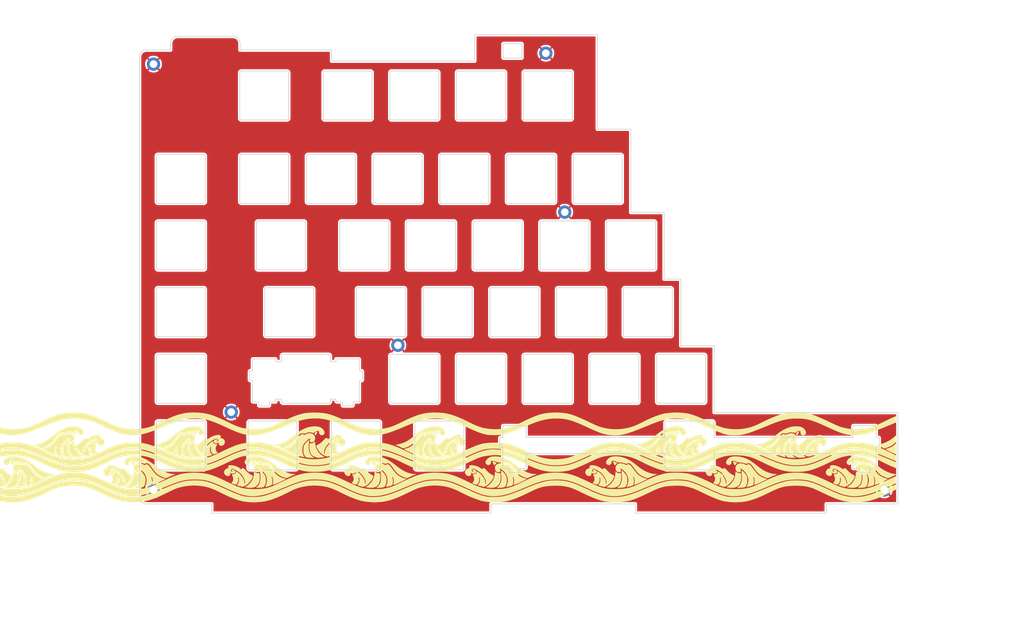
<source format=kicad_pcb>
(kicad_pcb (version 20240108) (generator "pcbnew") (generator_version "8.0")
  (layers (0 "F.Cu" signal) (31 "B.Cu" signal) (34 "B.Paste" user) (35 "F.Paste" user) (36 "B.SilkS" user "B.Silkscreen") (37 "F.SilkS" user "F.Silkscreen") (38 "B.Mask" user) (39 "F.Mask" user) (44 "Edge.Cuts" user))
  (net 0 "")
  (net 1 "GND")
  (footprint "MountingHole:MountingHole_2.2mm_M2_DIN965_Pad" (layer "F.Cu") (at 34.407 150.5125)
    (property "Reference" "H2" (hide yes))
    (property "Value" "MountingHole_Pad")
    (pad "1" thru_hole circle (at 0 0) (size 3.8 3.8) (drill 2.2) (layers "*.Cu" "*.Mask") (net 1 "GND"))
  )
  (footprint "MountingHole:MountingHole_2.2mm_M2_DIN965_Pad" (layer "F.Cu") (at 151.851 71.1295)
    (property "Reference" "H4" (hide yes))
    (property "Value" "MountingHole_Pad")
    (pad "1" thru_hole circle (at 0 0) (size 3.8 3.8) (drill 2.2) (layers "*.Cu" "*.Mask") (net 1 "GND"))
  )
  (footprint "LOGO" (layer "F.Cu") (at 25 141.3)
    (property "Reference" "G***" (hide yes))
    (property "Value" "LOGO" (hide yes))
  )
  (footprint "MountingHole:MountingHole_2.2mm_M2_DIN965_Pad" (layer "F.Cu") (at 104.2 109.1695)
    (property "Reference" "H6" (hide yes))
    (property "Value" "MountingHole_Pad")
    (pad "1" thru_hole circle (at 0 0) (size 3.8 3.8) (drill 2.2) (layers "*.Cu" "*.Mask") (net 1 "GND"))
  )
  (footprint "LOGO" (layer "F.Cu") (at 93.8 141.3)
    (property "Reference" "G***" (hide yes))
    (property "Value" "LOGO" (hide yes))
  )
  (footprint "MountingHole:MountingHole_2.2mm_M2_DIN965_Pad" (layer "F.Cu") (at 56.601 128.2795)
    (property "Reference" "H5" (hide yes))
    (property "Value" "MountingHole_Pad")
    (pad "1" thru_hole circle (at 0 0) (size 3.8 3.8) (drill 2.2) (layers "*.Cu" "*.Mask") (net 1 "GND"))
  )
  (footprint "MountingHole:MountingHole_2.2mm_M2_DIN965_Pad" (layer "F.Cu") (at 146.447 25.713)
    (property "Reference" "H3" (hide yes))
    (property "Value" "MountingHole_Pad")
    (pad "1" thru_hole circle (at 0 0) (size 3.8 3.8) (drill 2.2) (layers "*.Cu" "*.Mask") (net 1 "GND"))
  )
  (footprint "MountingHole:MountingHole_2.2mm_M2_DIN965_Pad" (layer "F.Cu") (at 243.1015 150.5125)
    (property "Reference" "H7" (hide yes))
    (property "Value" "MountingHole_Pad")
    (pad "1" thru_hole circle (at 0 0) (size 3.8 3.8) (drill 2.2) (layers "*.Cu" "*.Mask") (net 1 "GND"))
  )
  (footprint "LOGO" (layer "F.Cu") (at 221.7 141.3)
    (property "Reference" "G***" (hide yes))
    (property "Value" "LOGO" (hide yes))
  )
  (footprint "MountingHole:MountingHole_2.2mm_M2_DIN965_Pad" (layer "F.Cu") (at 34.407 28.823)
    (property "Reference" "H1" (hide yes))
    (property "Value" "MountingHole_Pad")
    (pad "1" thru_hole circle (at 0 0) (size 3.8 3.8) (drill 2.2) (layers "*.Cu" "*.Mask") (net 1 "GND"))
  )
  (footprint "LOGO" (layer "F.Cu") (at 162.6 141.3)
    (property "Reference" "G***" (hide yes))
    (property "Value" "LOGO" (hide yes))
  )
  (gr_line (start 107.1505 73.6545) (end 120.1505 73.6545) (stroke (width 0.2)) (layer "Edge.Cuts"))
  (gr_arc (start 78.5755 68.6045) (mid 78.221947 68.458053) (end 78.0755 68.1045) (stroke (width 0.2)) (layer "Edge.Cuts"))
  (gr_line (start 102.388 30.792) (end 115.388 30.792) (stroke (width 0.2)) (layer "Edge.Cuts"))
  (gr_arc (start 73.0255 44.292) (mid 72.879053 44.645553) (end 72.5255 44.792) (stroke (width 0.2)) (layer "Edge.Cuts"))
  (gr_line (start 240.79665 132.319472) (end 240.79665 135.322828) (stroke (width 0.2)) (layer "Edge.Cuts"))
  (gr_arc (start 235.7452 144.4085) (mid 235.885073 144.465565) (end 235.94525 144.604128) (stroke (width 0.2)) (layer "Edge.Cuts"))
  (gr_line (start 111.913 92.7045) (end 124.913 92.7045) (stroke (width 0.2)) (layer "Edge.Cuts"))
  (gr_line (start 101.888 44.292) (end 101.888 31.292) (stroke (width 0.2)) (layer "Edge.Cuts"))
  (gr_arc (start 77.788 87.1545) (mid 77.641553 87.508053) (end 77.288 87.6545) (stroke (width 0.2)) (layer "Edge.Cuts"))
  (gr_line (start 145.2505 73.6545) (end 158.2505 73.6545) (stroke (width 0.2)) (layer "Edge.Cuts"))
  (gr_arc (start 140.488 44.792) (mid 140.134447 44.645553) (end 139.988 44.292) (stroke (width 0.2)) (layer "Edge.Cuts"))
  (gr_line (start 159.038 125.2545) (end 159.038 112.2545) (stroke (width 0.2)) (layer "Edge.Cuts"))
  (gr_arc (start 72.5255 54.6045) (mid 72.879053 54.750947) (end 73.0255 55.1045) (stroke (width 0.2)) (layer "Edge.Cuts"))
  (gr_arc (start 62.66635 113.2649) (mid 62.724932 113.123496) (end 62.86635 113.0649) (stroke (width 0.2)) (layer "Edge.Cuts"))
  (gr_arc (start 62.66635 116.2685) (mid 62.607768 116.409904) (end 62.46635 116.4685) (stroke (width 0.2)) (layer "Edge.Cuts"))
  (gr_line (start 70.7316 124.5711) (end 69.52115 124.5711) (stroke (width 0.2)) (layer "Edge.Cuts"))
  (gr_line (start 240.9967 135.5185) (end 241.4601 135.5185) (stroke (width 0.2)) (layer "Edge.Cuts"))
  (gr_arc (start 85.1319 113.8777) (mid 84.991947 113.820655) (end 84.93175 113.682028) (stroke (width 0.2)) (layer "Edge.Cuts"))
  (gr_arc (start 240.5965 132.1149) (mid 240.7396 132.175092) (end 240.79665 132.319472) (stroke (width 0.2)) (layer "Edge.Cuts"))
  (gr_line (start 177.3005 87.6545) (end 164.3005 87.6545) (stroke (width 0.2)) (layer "Edge.Cuts"))
  (gr_arc (start 67.51775 126.3269) (mid 67.459168 126.468304) (end 67.31775 126.5269) (stroke (width 0.2)) (layer "Edge.Cuts"))
  (gr_arc (start 73.0255 68.1045) (mid 72.879053 68.458053) (end 72.5255 68.6045) (stroke (width 0.2)) (layer "Edge.Cuts"))
  (gr_arc (start 93.19715 119.4625) (mid 93.255732 119.321096) (end 93.39715 119.2625) (stroke (width 0.2)) (layer "Edge.Cuts"))
  (gr_arc (start 178.088 112.2545) (mid 178.234447 111.900947) (end 178.588 111.7545) (stroke (width 0.2)) (layer "Edge.Cuts"))
  (gr_line (start 94.06075 116.673072) (end 94.06075 119.0625) (stroke (width 0.2)) (layer "Edge.Cuts"))
  (gr_line (start 92.363 106.2045) (end 92.363 93.2045) (stroke (width 0.2)) (layer "Edge.Cuts"))
  (gr_line (start 66.66925 92.7045) (end 79.6692 92.7045) (stroke (width 0.2)) (layer "Edge.Cuts"))
  (gr_line (start 139.988 44.292) (end 139.988 31.292) (stroke (width 0.2)) (layer "Edge.Cuts"))
  (gr_arc (start 78.0755 55.1045) (mid 78.221947 54.750947) (end 78.5755 54.6045) (stroke (width 0.2)) (layer "Edge.Cuts"))
  (gr_line (start 138.79325 145.5769) (end 136.1454 145.5769) (stroke (width 0.2)) (layer "Edge.Cuts"))
  (gr_arc (start 88.5458 126.5269) (mid 88.40278 126.466688) (end 88.34575 126.322372) (stroke (width 0.2)) (layer "Edge.Cuts"))
  (gr_arc (start 173.038 125.2545) (mid 172.891553 125.608053) (end 172.538 125.7545) (stroke (width 0.2)) (layer "Edge.Cuts"))
  (gr_arc (start 30.407 26.799999) (mid 30.992786 25.385786) (end 32.406999 24.8) (stroke (width 0.2)) (layer "Edge.Cuts"))
  (gr_line (start 140.488 111.7545) (end 153.488 111.7545) (stroke (width 0.2)) (layer "Edge.Cuts"))
  (gr_arc (start 154.2755 55.1045) (mid 154.421947 54.750947) (end 154.7755 54.6045) (stroke (width 0.2)) (layer "Edge.Cuts"))
  (gr_arc (start 66.16925 93.2045) (mid 66.3157 92.850964) (end 66.66925 92.7045) (stroke (width 0.2)) (layer "Edge.Cuts"))
  (gr_line (start 120.938 44.292) (end 120.938 31.292) (stroke (width 0.2)) (layer "Edge.Cuts"))
  (gr_line (start 84.93175 124.7711) (end 84.93175 125.2545) (stroke (width 0.2)) (layer "Edge.Cuts"))
  (gr_line (start 49.213 112.2545) (end 49.213 125.2545) (stroke (width 0.2)) (layer "Edge.Cuts"))
  (gr_line (start 125.7005 87.1545) (end 125.7005 74.1545) (stroke (width 0.2)) (layer "Edge.Cuts"))
  (gr_line (start 168.563 106.2045) (end 168.563 93.2045) (stroke (width 0.2)) (layer "Edge.Cuts"))
  (gr_line (start 88.34575 126.322372) (end 88.34575 125.554128) (stroke (width 0.2)) (layer "Edge.Cuts"))
  (gr_arc (start 49.213 144.3045) (mid 49.066553 144.658053) (end 48.713 144.8045) (stroke (width 0.2)) (layer "Edge.Cuts"))
  (gr_line (start 173.038 112.2545) (end 173.038 125.2545) (stroke (width 0.2)) (layer "Edge.Cuts"))
  (gr_arc (start 83.338 44.792) (mid 82.984447 44.645553) (end 82.838 44.292) (stroke (width 0.2)) (layer "Edge.Cuts"))
  (gr_arc (start 101.6005 87.1545) (mid 101.454053 87.508053) (end 101.1005 87.6545) (stroke (width 0.2)) (layer "Edge.Cuts"))
  (gr_arc (start 48.713 73.6545) (mid 49.066553 73.800947) (end 49.213 74.1545) (stroke (width 0.2)) (layer "Edge.Cuts"))
  (gr_arc (start 110.6255 54.6045) (mid 110.979053 54.750947) (end 111.1255 55.1045) (stroke (width 0.2)) (layer "Edge.Cuts"))
  (gr_line (start 120.6505 74.1545) (end 120.6505 87.1545) (stroke (width 0.2)) (layer "Edge.Cuts"))
  (gr_arc (start 140.79665 140.3045) (mid 140.855232 140.163096) (end 140.99665 140.1045) (stroke (width 0.2)) (layer "Edge.Cuts"))
  (gr_line (start 79.66925 106.7045) (end 66.6693 106.7045) (stroke (width 0.2)) (layer "Edge.Cuts"))
  (gr_arc (start 32.406999 154.5125) (mid 30.992786 153.926714) (end 30.407 152.512501) (stroke (width 0.2)) (layer "Edge.Cuts"))
  (gr_line (start 64.46975 126.322372) (end 64.46975 125.554128) (stroke (width 0.2)) (layer "Edge.Cuts"))
  (gr_line (start 48.713 106.7045) (end 35.713 106.7045) (stroke (width 0.2)) (layer "Edge.Cuts"))
  (gr_line (start 194.51325 128.4035) (end 194.51325 109.3295) (stroke (width 0.2)) (layer "Edge.Cuts"))
  (gr_line (start 158.7505 74.1545) (end 158.7505 87.1545) (stroke (width 0.2)) (layer "Edge.Cuts"))
  (gr_arc (start 133.9418 138.3125) (mid 134.081673 138.369565) (end 134.14185 138.508128) (stroke (width 0.2)) (layer "Edge.Cuts"))
  (gr_arc (start 121.438 44.792) (mid 121.084447 44.645553) (end 120.938 44.292) (stroke (width 0.2)) (layer "Edge.Cuts"))
  (gr_arc (start 63.788 74.1545) (mid 63.934447 73.800947) (end 64.288 73.6545) (stroke (width 0.2)) (layer "Edge.Cuts"))
  (gr_line (start 226.52575 157.1625) (end 226.52575 154.5125) (stroke (width 0.2)) (layer "Edge.Cuts"))
  (gr_arc (start 71.4318 125.7545) (mid 71.075739 125.605511) (end 70.93175 125.2474) (stroke (width 0.2)) (layer "Edge.Cuts"))
  (gr_arc (start 136.1454 145.5769) (mid 136.002315 145.516724) (end 135.94525 145.372372) (stroke (width 0.2)) (layer "Edge.Cuts"))
  (gr_arc (start 153.488 111.7545) (mid 153.841553 111.900947) (end 153.988 112.2545) (stroke (width 0.2)) (layer "Edge.Cuts"))
  (gr_arc (start 178.588 125.7545) (mid 178.234447 125.608053) (end 178.088 125.2545) (stroke (width 0.2)) (layer "Edge.Cuts"))
  (gr_arc (start 122.5317 130.8045) (mid 122.887786 130.953514) (end 123.03175 131.311671) (stroke (width 0.2)) (layer "Edge.Cuts"))
  (gr_line (start 61.90675 130.8045) (end 74.9066 130.8045) (stroke (width 0.2)) (layer "Edge.Cuts"))
  (gr_line (start 49.213 74.1545) (end 49.213 87.1545) (stroke (width 0.2)) (layer "Edge.Cuts"))
  (gr_arc (start 64.6698 126.5269) (mid 64.52678 126.466688) (end 64.46975 126.322372) (stroke (width 0.2)) (layer "Edge.Cuts"))
  (gr_line (start 69.32115 124.7711) (end 69.32115 125.3585) (stroke (width 0.2)) (layer "Edge.Cuts"))
  (gr_arc (start 134.14185 132.3149) (mid 134.200432 132.173496) (end 134.34185 132.1149) (stroke (width 0.2)) (layer "Edge.Cuts"))
  (gr_arc (start 121.438 125.7545) (mid 121.084447 125.608053) (end 120.938 125.2545) (stroke (width 0.2)) (layer "Edge.Cuts"))
  (gr_line (start 134.938 112.2545) (end 134.938 125.2545) (stroke (width 0.2)) (layer "Edge.Cuts"))
  (gr_line (start 168.2755 55.1045) (end 168.2755 68.1045) (stroke (width 0.2)) (layer "Edge.Cuts"))
  (gr_line (start 59.5255 30.792) (end 72.5255 30.792) (stroke (width 0.2)) (layer "Edge.Cuts"))
  (gr_line (start 116.6755 54.6045) (end 129.6755 54.6045) (stroke (width 0.2)) (layer "Edge.Cuts"))
  (gr_arc (start 69.32115 124.7711) (mid 69.379732 124.629696) (end 69.52115 124.5711) (stroke (width 0.2)) (layer "Edge.Cuts"))
  (gr_arc (start 124.913 92.7045) (mid 125.266553 92.850947) (end 125.413 93.2045) (stroke (width 0.2)) (layer "Edge.Cuts"))
  (gr_arc (start 91.39375 126.3269) (mid 91.335168 126.468304) (end 91.19375 126.5269) (stroke (width 0.2)) (layer "Edge.Cuts"))
  (gr_line (start 62.66635 125.153972) (end 62.66635 119.458128) (stroke (width 0.2)) (layer "Edge.Cuts"))
  (gr_line (start 149.513 106.2045) (end 149.513 93.2045) (stroke (width 0.2)) (layer "Edge.Cuts"))
  (gr_arc (start 134.438 111.7545) (mid 134.791553 111.900947) (end 134.938 112.2545) (stroke (width 0.2)) (layer "Edge.Cuts"))
  (gr_line (start 154.7755 54.6045) (end 167.7755 54.6045) (stroke (width 0.2)) (layer "Edge.Cuts"))
  (gr_line (start 121.438 111.7545) (end 134.438 111.7545) (stroke (width 0.2)) (layer "Edge.Cuts"))
  (gr_line (start 39.3 22.9) (end 39.3 24.8) (stroke (width 0.2)) (layer "Edge.Cuts"))
  (gr_line (start 139.2005 87.6545) (end 126.2005 87.6545) (stroke (width 0.2)) (layer "Edge.Cuts"))
  (gr_arc (start 49.213 68.1045) (mid 49.066553 68.458053) (end 48.713 68.6045) (stroke (width 0.2)) (layer "Edge.Cuts"))
  (gr_line (start 71.43175 111.7545) (end 84.4317 111.7545) (stroke (width 0.2)) (layer "Edge.Cuts"))
  (gr_arc (start 59.5255 44.792) (mid 59.171947 44.645553) (end 59.0255 44.292) (stroke (width 0.2)) (layer "Edge.Cuts"))
  (gr_arc (start 115.888 125.2545) (mid 115.741553 125.608053) (end 115.388 125.7545) (stroke (width 0.2)) (layer "Edge.Cuts"))
  (gr_arc (start 96.338 30.792) (mid 96.691553 30.938447) (end 96.838 31.292) (stroke (width 0.2)) (layer "Edge.Cuts"))
  (gr_line (start 35.713 111.7545) (end 48.713 111.7545) (stroke (width 0.2)) (layer "Edge.Cuts"))
  (gr_arc (start 233.9418 140.1045) (mid 234.081673 140.161565) (end 234.14185 140.300128) (stroke (width 0.2)) (layer "Edge.Cuts"))
  (gr_arc (start 164.3005 87.6545) (mid 163.946947 87.508053) (end 163.8005 87.1545) (stroke (width 0.2)) (layer "Edge.Cuts"))
  (gr_line (start 73.0255 55.1045) (end 73.0255 68.1045) (stroke (width 0.2)) (layer "Edge.Cuts"))
  (gr_line (start 92.863 92.7045) (end 105.863 92.7045) (stroke (width 0.2)) (layer "Edge.Cuts"))
  (gr_line (start 180.46925 144.2974) (end 180.46925 140.1045) (stroke (width 0.2)) (layer "Edge.Cuts"))
  (gr_line (start 97.1255 68.1045) (end 97.1255 55.1045) (stroke (width 0.2)) (layer "Edge.Cuts"))
  (gr_arc (start 70.93175 113.6777) (mid 70.873168 113.819104) (end 70.73175 113.8777) (stroke (width 0.2)) (layer "Edge.Cuts"))
  (gr_arc (start 49.213 125.2545) (mid 49.066553 125.608053) (end 48.713 125.7545) (stroke (width 0.2)) (layer "Edge.Cuts"))
  (gr_line (start 153.488 44.792) (end 140.488 44.792) (stroke (width 0.2)) (layer "Edge.Cuts"))
  (gr_arc (start 138.99325 145.3769) (mid 138.934668 145.518304) (end 138.79325 145.5769) (stroke (width 0.2)) (layer "Edge.Cuts"))
  (gr_line (start 85.1319 113.8777) (end 86.34235 113.8777) (stroke (width 0.2)) (layer "Edge.Cuts"))
  (gr_line (start 180.46925 140.1045) (end 140.99665 140.1045) (stroke (width 0.2)) (layer "Edge.Cuts"))
  (gr_line (start 143.963 106.7045) (end 130.963 106.7045) (stroke (width 0.2)) (layer "Edge.Cuts"))
  (gr_line (start 134.209 26.93) (end 134.209 23.13) (stroke (width 0.2)) (layer "Edge.Cuts"))
  (gr_line (start 61.80275 119.057972) (end 61.80275 116.6685) (stroke (width 0.2)) (layer "Edge.Cuts"))
  (gr_line (start 177.8005 74.1545) (end 177.8005 87.1545) (stroke (width 0.2)) (layer "Edge.Cuts"))
  (gr_arc (start 96.838 44.292) (mid 96.691553 44.645553) (end 96.338 44.792) (stroke (width 0.2)) (layer "Edge.Cuts"))
  (gr_arc (start 135.2255 55.1045) (mid 135.371947 54.750947) (end 135.7255 54.6045) (stroke (width 0.2)) (layer "Edge.Cuts"))
  (gr_line (start 130.463 106.2045) (end 130.463 93.2045) (stroke (width 0.2)) (layer "Edge.Cuts"))
  (gr_arc (start 139.7005 87.1545) (mid 139.554053 87.508053) (end 139.2005 87.6545) (stroke (width 0.2)) (layer "Edge.Cuts"))
  (gr_line (start 123.03175 131.311671) (end 123.03175 144.3045) (stroke (width 0.2)) (layer "Edge.Cuts"))
  (gr_arc (start 70.7316 124.5711) (mid 70.871537 124.62813) (end 70.93175 124.766728) (stroke (width 0.2)) (layer "Edge.Cuts"))
  (gr_line (start 62.00275 116.4685) (end 62.46635 116.4685) (stroke (width 0.2)) (layer "Edge.Cuts"))
  (gr_arc (start 125.413 106.2045) (mid 125.266553 106.558053) (end 124.913 106.7045) (stroke (width 0.2)) (layer "Edge.Cuts"))
  (gr_arc (start 159.038 112.2545) (mid 159.184447 111.900947) (end 159.538 111.7545) (stroke (width 0.2)) (layer "Edge.Cuts"))
  (gr_line (start 163.513 93.2045) (end 163.513 106.2045) (stroke (width 0.2)) (layer "Edge.Cuts"))
  (gr_line (start 120.1505 87.6545) (end 107.1505 87.6545) (stroke (width 0.2)) (layer "Edge.Cuts"))
  (gr_arc (start 85.7193 144.8045) (mid 85.363239 144.655511) (end 85.21925 144.2974) (stroke (width 0.2)) (layer "Edge.Cuts"))
  (gr_arc (start 115.388 30.792) (mid 115.741553 30.938447) (end 115.888 31.292) (stroke (width 0.2)) (layer "Edge.Cuts"))
  (gr_arc (start 87.6005 74.1545) (mid 87.746947 73.800947) (end 88.1005 73.6545) (stroke (width 0.2)) (layer "Edge.Cuts"))
  (gr_arc (start 134.438 30.792) (mid 134.791553 30.938447) (end 134.938 31.292) (stroke (width 0.2)) (layer "Edge.Cuts"))
  (gr_line (start 194.46925 131.311671) (end 194.46925 135.308828) (stroke (width 0.2)) (layer "Edge.Cuts"))
  (gr_line (start 59.5255 54.6045) (end 72.5255 54.6045) (stroke (width 0.2)) (layer "Edge.Cuts"))
  (gr_arc (start 168.563 93.2045) (mid 168.709447 92.850947) (end 169.063 92.7045) (stroke (width 0.2)) (layer "Edge.Cuts"))
  (gr_arc (start 180.46925 131.3045) (mid 180.6157 130.950964) (end 180.96925 130.8045) (stroke (width 0.2)) (layer "Edge.Cuts"))
  (gr_line (start 153.988 112.2545) (end 153.988 125.2545) (stroke (width 0.2)) (layer "Edge.Cuts"))
  (gr_line (start 126.2005 73.6545) (end 139.2005 73.6545) (stroke (width 0.2)) (layer "Edge.Cuts"))
  (gr_line (start 247.0005 154.5125) (end 247.0005 128.4035) (stroke (width 0.2)) (layer "Edge.Cuts"))
  (gr_arc (start 144.7505 74.1545) (mid 144.896947 73.800947) (end 145.2505 73.6545) (stroke (width 0.2)) (layer "Edge.Cuts"))
  (gr_line (start 73.0255 31.292) (end 73.0255 44.292) (stroke (width 0.2)) (layer "Edge.Cuts"))
  (gr_arc (start 130.1755 68.1045) (mid 130.029053 68.458053) (end 129.6755 68.6045) (stroke (width 0.2)) (layer "Edge.Cuts"))
  (gr_arc (start 102.388 125.7545) (mid 102.034447 125.608053) (end 101.888 125.2545) (stroke (width 0.2)) (layer "Edge.Cuts"))
  (gr_line (start 140.9967 135.5045) (end 180.46925 135.5045) (stroke (width 0.2)) (layer "Edge.Cuts"))
  (gr_arc (start 154.7755 68.6045) (mid 154.421947 68.458053) (end 154.2755 68.1045) (stroke (width 0.2)) (layer "Edge.Cuts"))
  (gr_line (start 59.0255 44.292) (end 59.0255 31.292) (stroke (width 0.2)) (layer "Edge.Cuts"))
  (gr_line (start 35.213 106.2045) (end 35.213 93.2045) (stroke (width 0.2)) (layer "Edge.Cuts"))
  (gr_line (start 96.338 44.792) (end 83.338 44.792) (stroke (width 0.2)) (layer "Edge.Cuts"))
  (gr_line (start 170.7005 47.4165) (end 161.151 47.4165) (stroke (width 0.2)) (layer "Edge.Cuts"))
  (gr_arc (start 240.79665 144.2085) (mid 240.738068 144.349904) (end 240.59665 144.4085) (stroke (width 0.2)) (layer "Edge.Cuts"))
  (gr_arc (start 88.1456 125.3585) (mid 88.285537 125.41553) (end 88.34575 125.554128) (stroke (width 0.2)) (layer "Edge.Cuts"))
  (gr_arc (start 59.5255 68.6045) (mid 59.171947 68.458053) (end 59.0255 68.1045) (stroke (width 0.2)) (layer "Edge.Cuts"))
  (gr_arc (start 35.213 93.2045) (mid 35.359447 92.850947) (end 35.713 92.7045) (stroke (width 0.2)) (layer "Edge.Cuts"))
  (gr_arc (start 139.447 22.93) (mid 139.588421 22.988579) (end 139.647 23.13) (stroke (width 0.2)) (layer "Edge.Cuts"))
  (gr_arc (start 234.342 144.4085) (mid 234.198915 144.348324) (end 234.14185 144.203972) (stroke (width 0.2)) (layer "Edge.Cuts"))
  (gr_arc (start 109.03175 131.3045) (mid 109.1782 130.950964) (end 109.53175 130.8045) (stroke (width 0.2)) (layer "Edge.Cuts"))
  (gr_arc (start 138.99325 144.6085) (mid 139.051832 144.467096) (end 139.19325 144.4085) (stroke (width 0.2)) (layer "Edge.Cuts"))
  (gr_line (start 91.39375 125.5585) (end 91.39375 126.3269) (stroke (width 0.2)) (layer "Edge.Cuts"))
  (gr_arc (start 182.063 92.7045) (mid 182.416553 92.850947) (end 182.563 93.2045) (stroke (width 0.2)) (layer "Edge.Cuts"))
  (gr_line (start 49.213 93.2045) (end 49.213 106.2045) (stroke (width 0.2)) (layer "Edge.Cuts"))
  (gr_line (start 51.03175 157.1625) (end 130.79975 157.1625) (stroke (width 0.2)) (layer "Edge.Cuts"))
  (gr_line (start 138.99325 144.6085) (end 138.99325 145.3769) (stroke (width 0.2)) (layer "Edge.Cuts"))
  (gr_line (start 35.713 73.6545) (end 48.713 73.6545) (stroke (width 0.2)) (layer "Edge.Cuts"))
  (gr_arc (start 93.8607 116.4685) (mid 94.003735 116.528727) (end 94.06075 116.673072) (stroke (width 0.2)) (layer "Edge.Cuts"))
  (gr_line (start 235.94525 145.372372) (end 235.94525 144.604128) (stroke (width 0.2)) (layer "Edge.Cuts"))
  (gr_arc (start 180.9694 144.8045) (mid 180.613274 144.655547) (end 180.46925 144.2974) (stroke (width 0.2)) (layer "Edge.Cuts"))
  (gr_arc (start 111.913 106.7045) (mid 111.559447 106.558053) (end 111.413 106.2045) (stroke (width 0.2)) (layer "Edge.Cuts"))
  (gr_arc (start 93.19715 125.1585) (mid 93.138568 125.299904) (end 92.99715 125.3585) (stroke (width 0.2)) (layer "Edge.Cuts"))
  (gr_arc (start 167.7755 54.6045) (mid 168.129053 54.750947) (end 168.2755 55.1045) (stroke (width 0.2)) (layer "Edge.Cuts"))
  (gr_line (start 234.34185 132.1149) (end 240.5965 132.1149) (stroke (width 0.2)) (layer "Edge.Cuts"))
  (gr_line (start 148.7255 68.6045) (end 135.7255 68.6045) (stroke (width 0.2)) (layer "Edge.Cuts"))
  (gr_arc (start 163.8005 74.1545) (mid 163.946947 73.800947) (end 164.3005 73.6545) (stroke (width 0.2)) (layer "Edge.Cuts"))
  (gr_arc (start 48.713 111.7545) (mid 49.066553 111.900947) (end 49.213 112.2545) (stroke (width 0.2)) (layer "Edge.Cuts"))
  (gr_line (start 129.6755 68.6045) (end 116.6755 68.6045) (stroke (width 0.2)) (layer "Edge.Cuts"))
  (gr_line (start 126.151 20.412) (end 126.151 27.967) (stroke (width 0.2)) (layer "Edge.Cuts"))
  (gr_arc (start 191.588 111.7545) (mid 191.941553 111.900947) (end 192.088 112.2545) (stroke (width 0.2)) (layer "Edge.Cuts"))
  (gr_line (start 93.19715 113.269472) (end 93.19715 116.272828) (stroke (width 0.2)) (layer "Edge.Cuts"))
  (gr_arc (start 120.6505 87.1545) (mid 120.504053 87.508053) (end 120.1505 87.6545) (stroke (width 0.2)) (layer "Edge.Cuts"))
  (gr_line (start 85.21925 144.2974) (end 85.21925 131.3045) (stroke (width 0.2)) (layer "Edge.Cuts"))
  (gr_line (start 91.5755 68.6045) (end 78.5755 68.6045) (stroke (width 0.2)) (layer "Edge.Cuts"))
  (gr_line (start 122.53175 144.8045) (end 109.5318 144.8045) (stroke (width 0.2)) (layer "Edge.Cuts"))
  (gr_arc (start 140.79665 144.2085) (mid 140.738068 144.349904) (end 140.59665 144.4085) (stroke (width 0.2)) (layer "Edge.Cuts"))
  (gr_arc (start 97.6255 68.6045) (mid 97.271947 68.458053) (end 97.1255 68.1045) (stroke (width 0.2)) (layer "Edge.Cuts"))
  (gr_line (start 62.86635 113.0649) (end 69.1211 113.0649) (stroke (width 0.2)) (layer "Edge.Cuts"))
  (gr_line (start 158.2505 87.6545) (end 145.2505 87.6545) (stroke (width 0.2)) (layer "Edge.Cuts"))
  (gr_line (start 144.463 93.2045) (end 144.463 106.2045) (stroke (width 0.2)) (layer "Edge.Cuts"))
  (gr_line (start 154.2755 68.1045) (end 154.2755 55.1045) (stroke (width 0.2)) (layer "Edge.Cuts"))
  (gr_line (start 233.9418 140.1045) (end 194.66925 140.1045) (stroke (width 0.2)) (layer "Edge.Cuts"))
  (gr_line (start 64.288 73.6545) (end 77.288 73.6545) (stroke (width 0.2)) (layer "Edge.Cuts"))
  (gr_arc (start 130.463 93.2045) (mid 130.609447 92.850947) (end 130.963 92.7045) (stroke (width 0.2)) (layer "Edge.Cuts"))
  (gr_arc (start 35.213 55.1045) (mid 35.359447 54.750947) (end 35.713 54.6045) (stroke (width 0.2)) (layer "Edge.Cuts"))
  (gr_arc (start 91.5755 54.6045) (mid 91.929053 54.750947) (end 92.0755 55.1045) (stroke (width 0.2)) (layer "Edge.Cuts"))
  (gr_line (start 120.938 125.2545) (end 120.938 112.2545) (stroke (width 0.2)) (layer "Edge.Cuts"))
  (gr_line (start 101.6005 74.1545) (end 101.6005 87.1545) (stroke (width 0.2)) (layer "Edge.Cuts"))
  (gr_line (start 139.7005 74.1545) (end 139.7005 87.1545) (stroke (width 0.2)) (layer "Edge.Cuts"))
  (gr_line (start 35.713 54.6045) (end 48.713 54.6045) (stroke (width 0.2)) (layer "Edge.Cuts"))
  (gr_line (start 133.9418 138.3125) (end 133.4784 138.3125) (stroke (width 0.2)) (layer "Edge.Cuts"))
  (gr_arc (start 35.713 106.7045) (mid 35.359447 106.558053) (end 35.213 106.2045) (stroke (width 0.2)) (layer "Edge.Cuts"))
  (gr_line (start 140.488 30.792) (end 153.488 30.792) (stroke (width 0.2)) (layer "Edge.Cuts"))
  (gr_line (start 111.1255 55.1045) (end 111.1255 68.1045) (stroke (width 0.2)) (layer "Edge.Cuts"))
  (gr_line (start 35.213 125.2545) (end 35.213 112.2545) (stroke (width 0.2)) (layer "Edge.Cuts"))
  (gr_line (start 226.52575 154.5125) (end 247.0005 154.5125) (stroke (width 0.2)) (layer "Edge.Cuts"))
  (gr_arc (start 125.7005 74.1545) (mid 125.846947 73.800947) (end 126.2005 73.6545) (stroke (width 0.2)) (layer "Edge.Cuts"))
  (gr_arc (start 106.363 106.2045) (mid 106.216553 106.558053) (end 105.863 106.7045) (stroke (width 0.2)) (layer "Edge.Cuts"))
  (gr_line (start 69.32115 113.269472) (end 69.32115 113.682028) (stroke (width 0.2)) (layer "Edge.Cuts"))
  (gr_line (start 88.1005 73.6545) (end 101.1005 73.6545) (stroke (width 0.2)) (layer "Edge.Cuts"))
  (gr_arc (start 84.93175 124.7711) (mid 84.990332 124.629696) (end 85.13175 124.5711) (stroke (width 0.2)) (layer "Edge.Cuts"))
  (gr_line (start 182.563 93.2045) (end 182.563 106.2045) (stroke (width 0.2)) (layer "Edge.Cuts"))
  (gr_line (start 180.46925 135.5045) (end 180.46925 131.3045) (stroke (width 0.2)) (layer "Edge.Cuts"))
  (gr_line (start 62.4662 119.2625) (end 62.0028 119.2625) (stroke (width 0.2)) (layer "Edge.Cuts"))
  (gr_line (start 115.388 125.7545) (end 102.388 125.7545) (stroke (width 0.2)) (layer "Edge.Cuts"))
  (gr_line (start 178.588 111.7545) (end 191.588 111.7545) (stroke (width 0.2)) (layer "Edge.Cuts"))
  (gr_line (start 194.6693 135.5045) (end 233.94185 135.5045) (stroke (width 0.2)) (layer "Edge.Cuts"))
  (gr_line (start 59.0255 68.1045) (end 59.0255 55.1045) (stroke (width 0.2)) (layer "Edge.Cuts"))
  (gr_line (start 77.288 87.6545) (end 64.288 87.6545) (stroke (width 0.2)) (layer "Edge.Cuts"))
  (gr_line (start 92.99715 125.3585) (end 91.59375 125.3585) (stroke (width 0.2)) (layer "Edge.Cuts"))
  (gr_line (start 241.66025 135.723072) (end 241.66025 138.3125) (stroke (width 0.2)) (layer "Edge.Cuts"))
  (gr_arc (start 140.5965 132.1149) (mid 140.7396 132.175092) (end 140.79665 132.319472) (stroke (width 0.2)) (layer "Edge.Cuts"))
  (gr_line (start 134.438 44.792) (end 121.438 44.792) (stroke (width 0.2)) (layer "Edge.Cuts"))
  (gr_line (start 124.913 106.7045) (end 111.913 106.7045) (stroke (width 0.2)) (layer "Edge.Cuts"))
  (gr_line (start 70.93175 125.2474) (end 70.93175 124.766728) (stroke (width 0.2)) (layer "Edge.Cuts"))
  (gr_arc (start 97.1255 55.1045) (mid 97.271947 54.750947) (end 97.6255 54.6045) (stroke (width 0.2)) (layer "Edge.Cuts"))
  (gr_line (start 125.413 93.2045) (end 125.413 106.2045) (stroke (width 0.2)) (layer "Edge.Cuts"))
  (gr_line (start 238.99325 145.5769) (end 236.1454 145.5769) (stroke (width 0.2)) (layer "Edge.Cuts"))
  (gr_line (start 182.063 106.7045) (end 169.063 106.7045) (stroke (width 0.2)) (layer "Edge.Cuts"))
  (gr_arc (start 139.988 112.2545) (mid 140.134447 111.900947) (end 140.488 111.7545) (stroke (width 0.2)) (layer "Edge.Cuts"))
  (gr_arc (start 139.2005 73.6545) (mid 139.554053 73.800947) (end 139.7005 74.1545) (stroke (width 0.2)) (layer "Edge.Cuts"))
  (gr_arc (start 101.1005 73.6545) (mid 101.454053 73.800947) (end 101.6005 74.1545) (stroke (width 0.2)) (layer "Edge.Cuts"))
  (gr_line (start 35.213 68.1045) (end 35.213 55.1045) (stroke (width 0.2)) (layer "Edge.Cuts"))
  (gr_arc (start 153.988 44.292) (mid 153.841553 44.645553) (end 153.488 44.792) (stroke (width 0.2)) (layer "Edge.Cuts"))
  (gr_arc (start 62.8664 125.3585) (mid 62.72338 125.298288) (end 62.66635 125.153972) (stroke (width 0.2)) (layer "Edge.Cuts"))
  (gr_line (start 39.3 24.8) (end 32.406999 24.8) (stroke (width 0.2)) (layer "Edge.Cuts"))
  (gr_line (start 98.71925 144.8045) (end 85.7193 144.8045) (stroke (width 0.2)) (layer "Edge.Cuts"))
  (gr_line (start 193.96925 144.8045) (end 180.9694 144.8045) (stroke (width 0.2)) (layer "Edge.Cuts"))
  (gr_arc (start 35.213 74.1545) (mid 35.359447 73.800947) (end 35.713 73.6545) (stroke (width 0.2)) (layer "Edge.Cuts"))
  (gr_arc (start 66.6693 106.7045) (mid 66.313239 106.555511) (end 66.16925 106.1974) (stroke (width 0.2)) (layer "Edge.Cuts"))
  (gr_line (start 163.013 106.7045) (end 150.013 106.7045) (stroke (width 0.2)) (layer "Edge.Cuts"))
  (gr_arc (start 92.363 93.2045) (mid 92.509447 92.850947) (end 92.863 92.7045) (stroke (width 0.2)) (layer "Edge.Cuts"))
  (gr_line (start 171.99975 154.5125) (end 171.99975 157.1625) (stroke (width 0.2)) (layer "Edge.Cuts"))
  (gr_arc (start 194.6693 135.5045) (mid 194.529411 135.44742) (end 194.46925 135.308828) (stroke (width 0.2)) (layer "Edge.Cuts"))
  (gr_line (start 87.6005 87.1545) (end 87.6005 74.1545) (stroke (width 0.2)) (layer "Edge.Cuts"))
  (gr_arc (start 101.888 112.2545) (mid 102.034447 111.900947) (end 102.388 111.7545) (stroke (width 0.2)) (layer "Edge.Cuts"))
  (gr_line (start 139.647 23.13) (end 139.647 26.93) (stroke (width 0.2)) (layer "Edge.Cuts"))
  (gr_line (start 130.79975 157.1625) (end 130.79975 154.5125) (stroke (width 0.2)) (layer "Edge.Cuts"))
  (gr_line (start 238.99325 144.6085) (end 238.99325 145.5769) (stroke (width 0.2)) (layer "Edge.Cuts"))
  (gr_line (start 77.788 74.1545) (end 77.788 87.1545) (stroke (width 0.2)) (layer "Edge.Cuts"))
  (gr_line (start 93.3973 116.4685) (end 93.8607 116.4685) (stroke (width 0.2)) (layer "Edge.Cuts"))
  (gr_line (start 105.863 106.7045) (end 92.863 106.7045) (stroke (width 0.2)) (layer "Edge.Cuts"))
  (gr_line (start 84.43175 125.7545) (end 71.4318 125.7545) (stroke (width 0.2)) (layer "Edge.Cuts"))
  (gr_line (start 126.151 27.967) (end 85.27 27.967) (stroke (width 0.2)) (layer "Edge.Cuts"))
  (gr_line (start 234.14185 144.203972) (end 234.14185 140.300128) (stroke (width 0.2)) (layer "Edge.Cuts"))
  (gr_line (start 59.1 24.8) (end 59.1 22.9) (stroke (width 0.2)) (layer "Edge.Cuts"))
  (gr_line (start 67.31775 126.5269) (end 64.6698 126.5269) (stroke (width 0.2)) (layer "Edge.Cuts"))
  (gr_arc (start 111.413 93.2045) (mid 111.559447 92.850947) (end 111.913 92.7045) (stroke (width 0.2)) (layer "Edge.Cuts"))
  (gr_line (start 115.388 44.792) (end 102.388 44.792) (stroke (width 0.2)) (layer "Edge.Cuts"))
  (gr_line (start 109.03175 144.2974) (end 109.03175 131.3045) (stroke (width 0.2)) (layer "Edge.Cuts"))
  (gr_arc (start 72.5255 30.792) (mid 72.879053 30.938447) (end 73.0255 31.292) (stroke (width 0.2)) (layer "Edge.Cuts"))
  (gr_arc (start 86.3422 124.5711) (mid 86.482137 124.62813) (end 86.54235 124.766728) (stroke (width 0.2)) (layer "Edge.Cuts"))
  (gr_line (start 51.03175 154.5125) (end 51.03175 157.1625) (stroke (width 0.2)) (layer "Edge.Cuts"))
  (gr_arc (start 120.938 31.292) (mid 121.084447 30.938447) (end 121.438 30.792) (stroke (width 0.2)) (layer "Edge.Cuts"))
  (gr_arc (start 130.963 106.7045) (mid 130.609447 106.558053) (end 130.463 106.2045) (stroke (width 0.2)) (layer "Edge.Cuts"))
  (gr_line (start 130.79975 154.5125) (end 171.99975 154.5125) (stroke (width 0.2)) (layer "Edge.Cuts"))
  (gr_line (start 48.713 68.6045) (end 35.713 68.6045) (stroke (width 0.2)) (layer "Edge.Cuts"))
  (gr_arc (start 238.99325 144.6085) (mid 239.051832 144.467096) (end 239.19325 144.4085) (stroke (width 0.2)) (layer "Edge.Cuts"))
  (gr_arc (start 148.7255 54.6045) (mid 149.079053 54.750947) (end 149.2255 55.1045) (stroke (width 0.2)) (layer "Edge.Cuts"))
  (gr_line (start 194.46925 140.3045) (end 194.46925 144.3045) (stroke (width 0.2)) (layer "Edge.Cuts"))
  (gr_line (start 247.0005 128.4035) (end 194.51325 128.4035) (stroke (width 0.2)) (layer "Edge.Cuts"))
  (gr_arc (start 61.9068 144.8045) (mid 61.550739 144.655511) (end 61.40675 144.2974) (stroke (width 0.2)) (layer "Edge.Cuts"))
  (gr_line (start 116.1755 68.1045) (end 116.1755 55.1045) (stroke (width 0.2)) (layer "Edge.Cuts"))
  (gr_line (start 48.713 125.7545) (end 35.713 125.7545) (stroke (width 0.2)) (layer "Edge.Cuts"))
  (gr_line (start 93.86075 119.2625) (end 93.39715 119.2625) (stroke (width 0.2)) (layer "Edge.Cuts"))
  (gr_line (start 78.0755 68.1045) (end 78.0755 55.1045) (stroke (width 0.2)) (layer "Edge.Cuts"))
  (gr_line (start 110.6255 68.6045) (end 97.6255 68.6045) (stroke (width 0.2)) (layer "Edge.Cuts"))
  (gr_line (start 134.14185 135.3185) (end 134.14185 132.3149) (stroke (width 0.2)) (layer "Edge.Cuts"))
  (gr_line (start 62.66635 116.2685) (end 62.66635 113.2649) (stroke (width 0.2)) (layer "Edge.Cuts"))
  (gr_line (start 153.488 125.7545) (end 140.488 125.7545) (stroke (width 0.2)) (layer "Edge.Cuts"))
  (gr_line (start 92.0755 55.1045) (end 92.0755 68.1045) (stroke (width 0.2)) (layer "Edge.Cuts"))
  (gr_line (start 139.988 125.2545) (end 139.988 112.2545) (stroke (width 0.2)) (layer "Edge.Cuts"))
  (gr_line (start 32.406999 154.5125) (end 51.03175 154.5125) (stroke (width 0.2)) (layer "Edge.Cuts"))
  (gr_line (start 144.7505 87.1545) (end 144.7505 74.1545) (stroke (width 0.2)) (layer "Edge.Cuts"))
  (gr_arc (start 168.2755 68.1045) (mid 168.129053 68.458053) (end 167.7755 68.6045) (stroke (width 0.2)) (layer "Edge.Cuts"))
  (gr_arc (start 193.9691 130.8045) (mid 194.325251 130.953478) (end 194.46925 131.311671) (stroke (width 0.2)) (layer "Edge.Cuts"))
  (gr_line (start 191.588 125.7545) (end 178.588 125.7545) (stroke (width 0.2)) (layer "Edge.Cuts"))
  (gr_line (start 180.2255 71.2295) (end 170.7005 71.2295) (stroke (width 0.2)) (layer "Edge.Cuts"))
  (gr_arc (start 70.93175 112.2545) (mid 71.0782 111.900964) (end 71.43175 111.7545) (stroke (width 0.2)) (layer "Edge.Cuts"))
  (gr_line (start 130.963 92.7045) (end 143.963 92.7045) (stroke (width 0.2)) (layer "Edge.Cuts"))
  (gr_line (start 169.063 92.7045) (end 182.063 92.7045) (stroke (width 0.2)) (layer "Edge.Cuts"))
  (gr_arc (start 75.40675 144.3045) (mid 75.2603 144.658036) (end 74.90675 144.8045) (stroke (width 0.2)) (layer "Edge.Cuts"))
  (gr_arc (start 35.213 112.2545) (mid 35.359447 111.900947) (end 35.713 111.7545) (stroke (width 0.2)) (layer "Edge.Cuts"))
  (gr_line (start 30.407 26.799999) (end 30.407 152.512501) (stroke (width 0.2)) (layer "Edge.Cuts"))
  (gr_arc (start 94.06075 119.0625) (mid 94.002168 119.203904) (end 93.86075 119.2625) (stroke (width 0.2)) (layer "Edge.Cuts"))
  (gr_arc (start 126.2005 87.6545) (mid 125.846947 87.508053) (end 125.7005 87.1545) (stroke (width 0.2)) (layer "Edge.Cuts"))
  (gr_line (start 78.5755 54.6045) (end 91.5755 54.6045) (stroke (width 0.2)) (layer "Edge.Cuts"))
  (gr_arc (start 39.3 22.9) (mid 39.885786 21.485786) (end 41.3 20.9) (stroke (width 0.2)) (layer "Edge.Cuts"))
  (gr_arc (start 62.0028 119.2625) (mid 61.85978 119.202288) (end 61.80275 119.057972) (stroke (width 0.2)) (layer "Edge.Cuts"))
  (gr_arc (start 102.388 44.792) (mid 102.034447 44.645553) (end 101.888 44.292) (stroke (width 0.2)) (layer "Edge.Cuts"))
  (gr_arc (start 163.013 92.7045) (mid 163.366553 92.850947) (end 163.513 93.2045) (stroke (width 0.2)) (layer "Edge.Cuts"))
  (gr_line (start 86.54235 125.153972) (end 86.54235 124.766728) (stroke (width 0.2)) (layer "Edge.Cuts"))
  (gr_line (start 49.213 55.1045) (end 49.213 68.1045) (stroke (width 0.2)) (layer "Edge.Cuts"))
  (gr_line (start 149.2255 55.1045) (end 149.2255 68.1045) (stroke (width 0.2)) (layer "Edge.Cuts"))
  (gr_arc (start 59.0255 31.292) (mid 59.171947 30.938447) (end 59.5255 30.792) (stroke (width 0.2)) (layer "Edge.Cuts"))
  (gr_arc (start 79.6692 92.7045) (mid 80.025286 92.853514) (end 80.16925 93.211671) (stroke (width 0.2)) (layer "Edge.Cuts"))
  (gr_arc (start 177.8005 87.1545) (mid 177.654053 87.508053) (end 177.3005 87.6545) (stroke (width 0.2)) (layer "Edge.Cuts"))
  (gr_arc (start 74.9066 130.8045) (mid 75.262751 130.953478) (end 75.40675 131.311671) (stroke (width 0.2)) (layer "Edge.Cuts"))
  (gr_line (start 72.5255 68.6045) (end 59.5255 68.6045) (stroke (width 0.2)) (layer "Edge.Cuts"))
  (gr_arc (start 140.9967 135.5045) (mid 140.856811 135.44742) (end 140.79665 135.308828) (stroke (width 0.2)) (layer "Edge.Cuts"))
  (gr_line (start 135.7255 54.6045) (end 148.7255 54.6045) (stroke (width 0.2)) (layer "Edge.Cuts"))
  (gr_arc (start 93.3973 116.4685) (mid 93.257347 116.411455) (end 93.19715 116.272828) (stroke (width 0.2)) (layer "Edge.Cuts"))
  (gr_line (start 171.99975 157.1625) (end 226.52575 157.1625) (stroke (width 0.2)) (layer "Edge.Cuts"))
  (gr_arc (start 145.2505 87.6545) (mid 144.896947 87.508053) (end 144.7505 87.1545) (stroke (width 0.2)) (layer "Edge.Cuts"))
  (gr_arc (start 134.14185 135.3185) (mid 134.083268 135.459904) (end 133.94185 135.5185) (stroke (width 0.2)) (layer "Edge.Cuts"))
  (gr_arc (start 182.563 106.2045) (mid 182.416553 106.558053) (end 182.063 106.7045) (stroke (width 0.2)) (layer "Edge.Cuts"))
  (gr_arc (start 134.209 23.13) (mid 134.267579 22.988579) (end 134.409 22.93) (stroke (width 0.2)) (layer "Edge.Cuts"))
  (gr_line (start 161.151 20.412) (end 126.151 20.412) (stroke (width 0.2)) (layer "Edge.Cuts"))
  (gr_arc (start 77.288 73.6545) (mid 77.641553 73.800947) (end 77.788 74.1545) (stroke (width 0.2)) (layer "Edge.Cuts"))
  (gr_line (start 192.088 112.2545) (end 192.088 125.2545) (stroke (width 0.2)) (layer "Edge.Cuts"))
  (gr_arc (start 80.16925 106.2045) (mid 80.0228 106.558036) (end 79.66925 106.7045) (stroke (width 0.2)) (layer "Edge.Cuts"))
  (gr_line (start 48.713 144.8045) (end 35.713 144.8045) (stroke (width 0.2)) (layer "Edge.Cuts"))
  (gr_line (start 134.938 31.292) (end 134.938 44.292) (stroke (width 0.2)) (layer "Edge.Cuts"))
  (gr_arc (start 240.9967 135.5185) (mid 240.856811 135.46142) (end 240.79665 135.322828) (stroke (width 0.2)) (layer "Edge.Cuts"))
  (gr_line (start 86.54235 113.6777) (end 86.54235 113.0649) (stroke (width 0.2)) (layer "Edge.Cuts"))
  (gr_arc (start 149.513 93.2045) (mid 149.659447 92.850947) (end 150.013 92.7045) (stroke (width 0.2)) (layer "Edge.Cuts"))
  (gr_line (start 70.93175 113.6777) (end 70.93175 112.2545) (stroke (width 0.2)) (layer "Edge.Cuts"))
  (gr_arc (start 135.7452 144.4085) (mid 135.885073 144.465565) (end 135.94525 144.604128) (stroke (width 0.2)) (layer "Edge.Cuts"))
  (gr_arc (start 59.0255 55.1045) (mid 59.171947 54.750947) (end 59.5255 54.6045) (stroke (width 0.2)) (layer "Edge.Cuts"))
  (gr_line (start 159.538 111.7545) (end 172.538 111.7545) (stroke (width 0.2)) (layer "Edge.Cuts"))
  (gr_line (start 135.7452 144.4085) (end 134.342 144.4085) (stroke (width 0.2)) (layer "Edge.Cuts"))
  (gr_line (start 101.1005 87.6545) (end 88.1005 87.6545) (stroke (width 0.2)) (layer "Edge.Cuts"))
  (gr_line (start 135.2255 68.1045) (end 135.2255 55.1045) (stroke (width 0.2)) (layer "Edge.Cuts"))
  (gr_line (start 115.888 31.292) (end 115.888 44.292) (stroke (width 0.2)) (layer "Edge.Cuts"))
  (gr_line (start 134.438 125.7545) (end 121.438 125.7545) (stroke (width 0.2)) (layer "Edge.Cuts"))
  (gr_line (start 57.1 20.9) (end 41.3 20.9) (stroke (width 0.2)) (layer "Edge.Cuts"))
  (gr_line (start 150.013 92.7045) (end 163.013 92.7045) (stroke (width 0.2)) (layer "Edge.Cuts"))
  (gr_arc (start 134.409 27.13) (mid 134.267579 27.071421) (end 134.209 26.93) (stroke (width 0.2)) (layer "Edge.Cuts"))
  (gr_line (start 139.447 27.13) (end 134.409 27.13) (stroke (width 0.2)) (layer "Edge.Cuts"))
  (gr_arc (start 234.14185 132.3149) (mid 234.200432 132.173496) (end 234.34185 132.1149) (stroke (width 0.2)) (layer "Edge.Cuts"))
  (gr_arc (start 150.013 106.7045) (mid 149.659447 106.558053) (end 149.513 106.2045) (stroke (width 0.2)) (layer "Edge.Cuts"))
  (gr_line (start 86.54235 113.0649) (end 92.9971 113.0649) (stroke (width 0.2)) (layer "Edge.Cuts"))
  (gr_line (start 75.40675 131.311671) (end 75.40675 144.3045) (stroke (width 0.2)) (layer "Edge.Cuts"))
  (gr_arc (start 35.213 131.3045) (mid 35.359447 130.950947) (end 35.713 130.8045) (stroke (width 0.2)) (layer "Edge.Cuts"))
  (gr_arc (start 111.1255 68.1045) (mid 110.979053 68.458053) (end 110.6255 68.6045) (stroke (width 0.2)) (layer "Edge.Cuts"))
  (gr_line (start 241.66025 138.3125) (end 240.99665 138.3125) (stroke (width 0.2)) (layer "Edge.Cuts"))
  (gr_arc (start 236.1454 145.5769) (mid 236.002315 145.516724) (end 235.94525 145.372372) (stroke (width 0.2)) (layer "Edge.Cuts"))
  (gr_line (start 106.363 93.2045) (end 106.363 106.2045) (stroke (width 0.2)) (layer "Edge.Cuts"))
  (gr_arc (start 49.213 106.2045) (mid 49.066553 106.558053) (end 48.713 106.7045) (stroke (width 0.2)) (layer "Edge.Cuts"))
  (gr_line (start 93.19715 119.4625) (end 93.19715 125.1585) (stroke (width 0.2)) (layer "Edge.Cuts"))
  (gr_arc (start 92.0755 68.1045) (mid 91.929053 68.458053) (end 91.5755 68.6045) (stroke (width 0.2)) (layer "Edge.Cuts"))
  (gr_arc (start 105.863 92.7045) (mid 106.216553 92.850947) (end 106.363 93.2045) (stroke (width 0.2)) (layer "Edge.Cuts"))
  (gr_arc (start 120.938 112.2545) (mid 121.084447 111.900947) (end 121.438 111.7545) (stroke (width 0.2)) (layer "Edge.Cuts"))
  (gr_line (start 115.888 112.2545) (end 115.888 125.2545) (stroke (width 0.2)) (layer "Edge.Cuts"))
  (gr_arc (start 143.963 92.7045) (mid 144.316553 92.850947) (end 144.463 93.2045) (stroke (width 0.2)) (layer "Edge.Cuts"))
  (gr_arc (start 153.488 30.792) (mid 153.841553 30.938447) (end 153.988 31.292) (stroke (width 0.2)) (layer "Edge.Cuts"))
  (gr_arc (start 115.888 44.292) (mid 115.741553 44.645553) (end 115.388 44.792) (stroke (width 0.2)) (layer "Edge.Cuts"))
  (gr_arc (start 133.27825 135.7185) (mid 133.336832 135.577096) (end 133.47825 135.5185) (stroke (width 0.2)) (layer "Edge.Cuts"))
  (gr_arc (start 67.51775 125.5585) (mid 67.576332 125.417096) (end 67.71775 125.3585) (stroke (width 0.2)) (layer "Edge.Cuts"))
  (gr_arc (start 194.46925 140.3045) (mid 194.527832 140.163096) (end 194.66925 140.1045) (stroke (width 0.2)) (layer "Edge.Cuts"))
  (gr_arc (start 133.4784 138.3125) (mid 133.335315 138.252324) (end 133.27825 138.107972) (stroke (width 0.2)) (layer "Edge.Cuts"))
  (gr_arc (start 86.7424 125.3585) (mid 86.59938 125.298288) (end 86.54235 125.153972) (stroke (width 0.2)) (layer "Edge.Cuts"))
  (gr_line (start 85.27 27.967) (end 85.27 24.8) (stroke (width 0.2)) (layer "Edge.Cuts"))
  (gr_line (start 235.7452 144.4085) (end 234.342 144.4085) (stroke (width 0.2)) (layer "Edge.Cuts"))
  (gr_arc (start 49.213 87.1545) (mid 49.066553 87.508053) (end 48.713 87.6545) (stroke (width 0.2)) (layer "Edge.Cuts"))
  (gr_line (start 35.213 144.3045) (end 35.213 131.3045) (stroke (width 0.2)) (layer "Edge.Cuts"))
  (gr_arc (start 85.21925 131.3045) (mid 85.3657 130.950964) (end 85.71925 130.8045) (stroke (width 0.2)) (layer "Edge.Cuts"))
  (gr_line (start 85.27 24.8) (end 59.1 24.8) (stroke (width 0.2)) (layer "Edge.Cuts"))
  (gr_arc (start 134.938 125.2545) (mid 134.791553 125.608053) (end 134.438 125.7545) (stroke (width 0.2)) (layer "Edge.Cuts"))
  (gr_line (start 133.47825 135.5185) (end 133.94185 135.5185) (stroke (width 0.2)) (layer "Edge.Cuts"))
  (gr_arc (start 192.088 125.2545) (mid 191.941553 125.608053) (end 191.588 125.7545) (stroke (width 0.2)) (layer "Edge.Cuts"))
  (gr_arc (start 116.1755 55.1045) (mid 116.321947 54.750947) (end 116.6755 54.6045) (stroke (width 0.2)) (layer "Edge.Cuts"))
  (gr_arc (start 91.39375 125.5585) (mid 91.452332 125.417096) (end 91.59375 125.3585) (stroke (width 0.2)) (layer "Edge.Cuts"))
  (gr_arc (start 129.6755 54.6045) (mid 130.029053 54.750947) (end 130.1755 55.1045) (stroke (width 0.2)) (layer "Edge.Cuts"))
  (gr_line (start 134.409 22.93) (end 139.447 22.93) (stroke (width 0.2)) (layer "Edge.Cuts"))
  (gr_arc (start 98.7192 130.8045) (mid 99.075286 130.953514) (end 99.21925 131.311671) (stroke (width 0.2)) (layer "Edge.Cuts"))
  (gr_line (start 180.2255 90.2795) (end 180.2255 71.2295) (stroke (width 0.2)) (layer "Edge.Cuts"))
  (gr_line (start 184.988 109.3295) (end 184.988 90.2795) (stroke (width 0.2)) (layer "Edge.Cuts"))
  (gr_arc (start 109.5318 144.8045) (mid 109.175739 144.655511) (end 109.03175 144.2974) (stroke (width 0.2)) (layer "Edge.Cuts"))
  (gr_arc (start 240.79665 138.5125) (mid 240.855232 138.371096) (end 240.99665 138.3125) (stroke (width 0.2)) (layer "Edge.Cuts"))
  (gr_line (start 153.988 31.292) (end 153.988 44.292) (stroke (width 0.2)) (layer "Edge.Cuts"))
  (gr_arc (start 101.888 31.292) (mid 102.034447 30.938447) (end 102.388 30.792) (stroke (width 0.2)) (layer "Edge.Cuts"))
  (gr_arc (start 163.513 106.2045) (mid 163.366553 106.558053) (end 163.013 106.7045) (stroke (width 0.2)) (layer "Edge.Cuts"))
  (gr_line (start 161.151 47.4165) (end 161.151 20.412) (stroke (width 0.2)) (layer "Edge.Cuts"))
  (gr_line (start 74.90675 144.8045) (end 61.9068 144.8045) (stroke (width 0.2)) (layer "Edge.Cuts"))
  (gr_line (start 180.96925 130.8045) (end 193.9691 130.8045) (stroke (width 0.2)) (layer "Edge.Cuts"))
  (gr_arc (start 123.03175 144.3045) (mid 122.8853 144.658036) (end 122.53175 144.8045) (stroke (width 0.2)) (layer "Edge.Cuts"))
  (gr_line (start 172.538 125.7545) (end 159.538 125.7545) (stroke (width 0.2)) (layer "Edge.Cuts"))
  (gr_arc (start 48.713 130.8045) (mid 49.066553 130.950947) (end 49.213 131.3045) (stroke (width 0.2)) (layer "Edge.Cuts"))
  (gr_line (start 35.213 87.1545) (end 35.213 74.1545) (stroke (width 0.2)) (layer "Edge.Cuts"))
  (gr_line (start 240.59665 144.4085) (end 239.19325 144.4085) (stroke (width 0.2)) (layer "Edge.Cuts"))
  (gr_arc (start 120.1505 73.6545) (mid 120.504053 73.800947) (end 120.6505 74.1545) (stroke (width 0.2)) (layer "Edge.Cuts"))
  (gr_line (start 109.53175 130.8045) (end 122.5317 130.8045) (stroke (width 0.2)) (layer "Edge.Cuts"))
  (gr_arc (start 92.863 106.7045) (mid 92.509447 106.558053) (end 92.363 106.2045) (stroke (width 0.2)) (layer "Edge.Cuts"))
  (gr_arc (start 149.2255 68.1045) (mid 149.079053 68.458053) (end 148.7255 68.6045) (stroke (width 0.2)) (layer "Edge.Cuts"))
  (gr_line (start 97.6255 54.6045) (end 110.6255 54.6045) (stroke (width 0.2)) (layer "Edge.Cuts"))
  (gr_arc (start 35.713 68.6045) (mid 35.359447 68.458053) (end 35.213 68.1045) (stroke (width 0.2)) (layer "Edge.Cuts"))
  (gr_line (start 91.19375 126.5269) (end 88.5458 126.5269) (stroke (width 0.2)) (layer "Edge.Cuts"))
  (gr_arc (start 69.5213 113.8777) (mid 69.381347 113.820655) (end 69.32115 113.682028) (stroke (width 0.2)) (layer "Edge.Cuts"))
  (gr_line (start 35.713 92.7045) (end 48.713 92.7045) (stroke (width 0.2)) (layer "Edge.Cuts"))
  (gr_arc (start 61.40675 131.3045) (mid 61.5532 130.950964) (end 61.90675 130.8045) (stroke (width 0.2)) (layer "Edge.Cuts"))
  (gr_line (start 140.79665 132.319472) (end 140.79665 135.308828) (stroke (width 0.2)) (layer "Edge.Cuts"))
  (gr_line (start 66.16925 106.1974) (end 66.16925 93.2045) (stroke (width 0.2)) (layer "Edge.Cuts"))
  (gr_line (start 134.34185 132.1149) (end 140.5965 132.1149) (stroke (width 0.2)) (layer "Edge.Cuts"))
  (gr_arc (start 134.938 44.292) (mid 134.791553 44.645553) (end 134.438 44.792) (stroke (width 0.2)) (layer "Edge.Cuts"))
  (gr_arc (start 64.2696 125.3585) (mid 64.409537 125.41553) (end 64.46975 125.554128) (stroke (width 0.2)) (layer "Edge.Cuts"))
  (gr_arc (start 172.538 111.7545) (mid 172.891553 111.900947) (end 173.038 112.2545) (stroke (width 0.2)) (layer "Edge.Cuts"))
  (gr_arc (start 194.46925 144.3045) (mid 194.3228 144.658036) (end 193.96925 144.8045) (stroke (width 0.2)) (layer "Edge.Cuts"))
  (gr_line (start 135.94525 145.372372) (end 135.94525 144.604128) (stroke (width 0.2)) (layer "Edge.Cuts"))
  (gr_line (start 67.51775 125.5585) (end 67.51775 126.3269) (stroke (width 0.2)) (layer "Edge.Cuts"))
  (gr_arc (start 69.1211 113.0649) (mid 69.264135 113.125127) (end 69.32115 113.269472) (stroke (width 0.2)) (layer "Edge.Cuts"))
  (gr_line (start 106.6505 87.1545) (end 106.6505 74.1545) (stroke (width 0.2)) (layer "Edge.Cuts"))
  (gr_arc (start 144.463 106.2045) (mid 144.316553 106.558053) (end 143.963 106.7045) (stroke (width 0.2)) (layer "Edge.Cuts"))
  (gr_arc (start 158.7505 87.1545) (mid 158.604053 87.508053) (end 158.2505 87.6545) (stroke (width 0.2)) (layer "Edge.Cuts"))
  (gr_line (start 164.3005 73.6545) (end 177.3005 73.6545) (stroke (width 0.2)) (layer "Edge.Cuts"))
  (gr_arc (start 106.6505 74.1545) (mid 106.796947 73.800947) (end 107.1505 73.6545) (stroke (width 0.2)) (layer "Edge.Cuts"))
  (gr_arc (start 177.3005 73.6545) (mid 177.654053 73.800947) (end 177.8005 74.1545) (stroke (width 0.2)) (layer "Edge.Cuts"))
  (gr_line (start 133.27825 138.107972) (end 133.27825 135.7185) (stroke (width 0.2)) (layer "Edge.Cuts"))
  (gr_line (start 48.713 87.6545) (end 35.713 87.6545) (stroke (width 0.2)) (layer "Edge.Cuts"))
  (gr_line (start 63.788 87.1545) (end 63.788 74.1545) (stroke (width 0.2)) (layer "Edge.Cuts"))
  (gr_line (start 72.5255 44.792) (end 59.5255 44.792) (stroke (width 0.2)) (layer "Edge.Cuts"))
  (gr_arc (start 84.93175 125.2545) (mid 84.7853 125.608036) (end 84.43175 125.7545) (stroke (width 0.2)) (layer "Edge.Cuts"))
  (gr_arc (start 140.488 125.7545) (mid 140.134447 125.608053) (end 139.988 125.2545) (stroke (width 0.2)) (layer "Edge.Cuts"))
  (gr_line (start 121.438 30.792) (end 134.438 30.792) (stroke (width 0.2)) (layer "Edge.Cuts"))
  (gr_line (start 69.32115 125.3585) (end 67.71775 125.3585) (stroke (width 0.2)) (layer "Edge.Cuts"))
  (gr_line (start 234.14185 135.3045) (end 234.14185 132.3149) (stroke (width 0.2)) (layer "Edge.Cuts"))
  (gr_line (start 80.16925 93.211671) (end 80.16925 106.2045) (stroke (width 0.2)) (layer "Edge.Cuts"))
  (gr_arc (start 159.538 125.7545) (mid 159.184447 125.608053) (end 159.038 125.2545) (stroke (width 0.2)) (layer "Edge.Cuts"))
  (gr_line (start 69.5213 113.8777) (end 70.73175 113.8777) (stroke (width 0.2)) (layer "Edge.Cuts"))
  (gr_arc (start 99.21925 144.3045) (mid 99.0728 144.658036) (end 98.71925 144.8045) (stroke (width 0.2)) (layer "Edge.Cuts"))
  (gr_arc (start 82.838 31.292) (mid 82.984447 30.938447) (end 83.338 30.792) (stroke (width 0.2)) (layer "Edge.Cuts"))
  (gr_arc (start 92.9971 113.0649) (mid 93.140135 113.125127) (end 93.19715 113.269472) (stroke (width 0.2)) (layer "Edge.Cuts"))
  (gr_arc (start 241.4601 135.5185) (mid 241.6032 135.578692) (end 241.66025 135.723072) (stroke (width 0.2)) (layer "Edge.Cuts"))
  (gr_line (start 140.59665 144.4085) (end 139.19325 144.4085) (stroke (width 0.2)) (layer "Edge.Cuts"))
  (gr_line (start 35.713 130.8045) (end 48.713 130.8045) (stroke (width 0.2)) (layer "Edge.Cuts"))
  (gr_arc (start 62.4662 119.2625) (mid 62.606137 119.31953) (end 62.66635 119.458128) (stroke (width 0.2)) (layer "Edge.Cuts"))
  (gr_line (start 111.413 106.2045) (end 111.413 93.2045) (stroke (width 0.2)) (layer "Edge.Cuts"))
  (gr_line (start 184.988 90.2795) (end 180.2255 90.2795) (stroke (width 0.2)) (layer "Edge.Cuts"))
  (gr_arc (start 139.647 26.93) (mid 139.588421 27.071421) (end 139.447 27.13) (stroke (width 0.2)) (layer "Edge.Cuts"))
  (gr_line (start 170.7005 71.2295) (end 170.7005 47.4165) (stroke (width 0.2)) (layer "Edge.Cuts"))
  (gr_line (start 167.7755 68.6045) (end 154.7755 68.6045) (stroke (width 0.2)) (layer "Edge.Cuts"))
  (gr_arc (start 153.988 125.2545) (mid 153.841553 125.608053) (end 153.488 125.7545) (stroke (width 0.2)) (layer "Edge.Cuts"))
  (gr_line (start 85.71925 130.8045) (end 98.7192 130.8045) (stroke (width 0.2)) (layer "Edge.Cuts"))
  (gr_arc (start 35.713 144.8045) (mid 35.359447 144.658053) (end 35.213 144.3045) (stroke (width 0.2)) (layer "Edge.Cuts"))
  (gr_arc (start 169.063 106.7045) (mid 168.709447 106.558053) (end 168.563 106.2045) (stroke (width 0.2)) (layer "Edge.Cuts"))
  (gr_line (start 82.838 44.292) (end 82.838 31.292) (stroke (width 0.2)) (layer "Edge.Cuts"))
  (gr_arc (start 116.6755 68.6045) (mid 116.321947 68.458053) (end 116.1755 68.1045) (stroke (width 0.2)) (layer "Edge.Cuts"))
  (gr_arc (start 35.713 87.6545) (mid 35.359447 87.508053) (end 35.213 87.1545) (stroke (width 0.2)) (layer "Edge.Cuts"))
  (gr_line (start 64.2696 125.3585) (end 62.8664 125.3585) (stroke (width 0.2)) (layer "Edge.Cuts"))
  (gr_arc (start 107.1505 87.6545) (mid 106.796947 87.508053) (end 106.6505 87.1545) (stroke (width 0.2)) (layer "Edge.Cuts"))
  (gr_arc (start 139.988 31.292) (mid 140.134447 30.938447) (end 140.488 30.792) (stroke (width 0.2)) (layer "Edge.Cuts"))
  (gr_line (start 194.51325 109.3295) (end 184.988 109.3295) (stroke (width 0.2)) (layer "Edge.Cuts"))
  (gr_line (start 84.93175 112.261671) (end 84.93175 113.682028) (stroke (width 0.2)) (layer "Edge.Cuts"))
  (gr_line (start 86.3422 124.5711) (end 85.13175 124.5711) (stroke (width 0.2)) (layer "Edge.Cuts"))
  (gr_line (start 140.79665 140.3045) (end 140.79665 144.2085) (stroke (width 0.2)) (layer "Edge.Cuts"))
  (gr_arc (start 48.713 92.7045) (mid 49.066553 92.850947) (end 49.213 93.2045) (stroke (width 0.2)) (layer "Edge.Cuts"))
  (gr_line (start 163.8005 87.1545) (end 163.8005 74.1545) (stroke (width 0.2)) (layer "Edge.Cuts"))
  (gr_line (start 49.213 131.3045) (end 49.213 144.3045) (stroke (width 0.2)) (layer "Edge.Cuts"))
  (gr_arc (start 134.342 144.4085) (mid 134.198915 144.348324) (end 134.14185 144.203972) (stroke (width 0.2)) (layer "Edge.Cuts"))
  (gr_line (start 61.40675 144.2974) (end 61.40675 131.3045) (stroke (width 0.2)) (layer "Edge.Cuts"))
  (gr_line (start 101.888 125.2545) (end 101.888 112.2545) (stroke (width 0.2)) (layer "Edge.Cuts"))
  (gr_arc (start 35.713 125.7545) (mid 35.359447 125.608053) (end 35.213 125.2545) (stroke (width 0.2)) (layer "Edge.Cuts"))
  (gr_arc (start 234.14185 135.3045) (mid 234.083268 135.445904) (end 233.94185 135.5045) (stroke (width 0.2)) (layer "Edge.Cuts"))
  (gr_arc (start 64.288 87.6545) (mid 63.934447 87.508053) (end 63.788 87.1545) (stroke (width 0.2)) (layer "Edge.Cuts"))
  (gr_arc (start 158.2505 73.6545) (mid 158.604053 73.800947) (end 158.7505 74.1545) (stroke (width 0.2)) (layer "Edge.Cuts"))
  (gr_arc (start 61.80275 116.6685) (mid 61.861332 116.527096) (end 62.00275 116.4685) (stroke (width 0.2)) (layer "Edge.Cuts"))
  (gr_arc (start 86.54235 113.6777) (mid 86.483768 113.819104) (end 86.34235 113.8777) (stroke (width 0.2)) (layer "Edge.Cuts"))
  (gr_line (start 96.838 31.292) (end 96.838 44.292) (stroke (width 0.2)) (layer "Edge.Cuts"))
  (gr_line (start 134.14185 144.203972) (end 134.14185 138.508128) (stroke (width 0.2)) (layer "Edge.Cuts"))
  (gr_line (start 240.79665 138.5125) (end 240.79665 144.2085) (stroke (width 0.2)) (layer "Edge.Cuts"))
  (gr_line (start 102.388 111.7545) (end 115.388 111.7545) (stroke (width 0.2)) (layer "Edge.Cuts"))
  (gr_arc (start 135.7255 68.6045) (mid 135.371947 68.458053) (end 135.2255 68.1045) (stroke (width 0.2)) (layer "Edge.Cuts"))
  (gr_arc (start 84.4317 111.7545) (mid 84.787786 111.903514) (end 84.93175 112.261671) (stroke (width 0.2)) (layer "Edge.Cuts"))
  (gr_line (start 130.1755 55.1045) (end 130.1755 68.1045) (stroke (width 0.2)) (layer "Edge.Cuts"))
  (gr_arc (start 88.1005 87.6545) (mid 87.746947 87.508053) (end 87.6005 87.1545) (stroke (width 0.2)) (layer "Edge.Cuts"))
  (gr_line (start 99.21925 131.311671) (end 99.21925 144.3045) (stroke (width 0.2)) (layer "Edge.Cuts"))
  (gr_line (start 83.338 30.792) (end 96.338 30.792) (stroke (width 0.2)) (layer "Edge.Cuts"))
  (gr_line (start 88.1456 125.3585) (end 86.7424 125.3585) (stroke (width 0.2)) (layer "Edge.Cuts"))
  (gr_arc (start 48.713 54.6045) (mid 49.066553 54.750947) (end 49.213 55.1045) (stroke (width 0.2)) (layer "Edge.Cuts"))
  (gr_arc (start 115.388 111.7545) (mid 115.741553 111.900947) (end 115.888 112.2545) (stroke (width 0.2)) (layer "Edge.Cuts"))
  (gr_line (start 178.088 125.2545) (end 178.088 112.2545) (stroke (width 0.2)) (layer "Edge.Cuts"))
  (gr_arc (start 57.1 20.9) (mid 58.514214 21.485786) (end 59.1 22.9) (stroke (width 0.2)) (layer "Edge.Cuts"))
  (zone (net 1) (net_name "GND") (layer "F.Cu") (connect_pads (clearance 0.5)) (min_thickness 0.25) (fill yes (thermal_gap 0.5) (thermal_bridge_width 0.5))
    (polygon (pts (xy 13.4 10.5) (xy 247.8 12.2) (xy 283 189.3) (xy 6.6 193.2) (xy -2.5 54.8)))
  )
)
</source>
